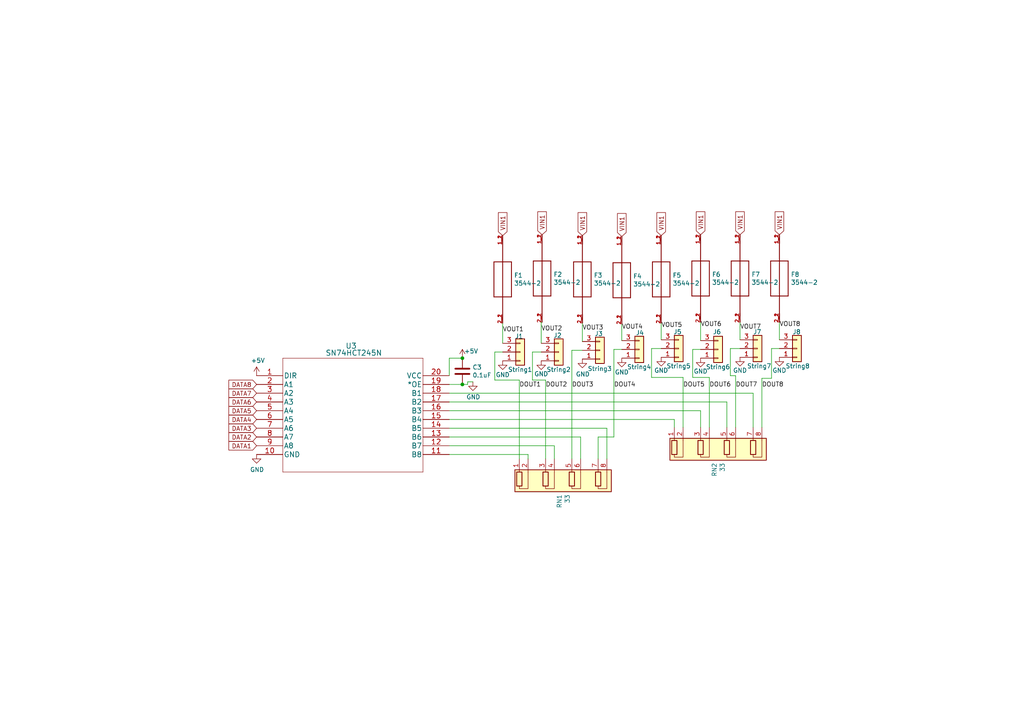
<source format=kicad_sch>
(kicad_sch (version 20211123) (generator eeschema)
  (paper "A4")
  (title_block (title "PB 16") (date "2022-05-29") (rev "v1.0h") (company "Scott Hanson"))
  (lib_symbols
    (symbol "Connector_Generic:Conn_01x03" (pin_names (offset 1.016) hide)
      (property "Reference" "J" (at 0 5.08 0))
      (property "Value" "Conn_01x03" (at 0 -5.08 0))
      (symbol "Conn_01x03_1_1"
        (rectangle (start -1.27 -2.413) (end 0 -2.667) (stroke (width 0.1524)))
        (rectangle (start -1.27 0.127) (end 0 -0.127) (stroke (width 0.1524)))
        (rectangle (start -1.27 2.667) (end 0 2.413) (stroke (width 0.1524)))
        (rectangle (start -1.27 3.81) (end 1.27 -3.81) (stroke (width 0.254)) (fill (type background)))
        (pin passive line (at -5.08 2.54 0) (length 3.81) (name "Pin_1") (number "1"))
        (pin passive line (at -5.08 0 0) (length 3.81) (name "Pin_2") (number "2"))
        (pin passive line (at -5.08 -2.54 0) (length 3.81) (name "Pin_3") (number "3"))
      )
    )
    (symbol "Device:C" (pin_numbers hide) (pin_names (offset 0.254))
      (property "Reference" "C" (at 0.635 2.54 0))
      (property "Value" "C" (at 0.635 -2.54 0))
      (symbol "C_0_1"
        (polyline (pts (xy -2.032 -0.762) (xy 2.032 -0.762)) (stroke (width 0.508)))
        (polyline (pts (xy -2.032 0.762) (xy 2.032 0.762)) (stroke (width 0.508)))
      )
      (symbol "C_1_1"
        (pin passive line (at 0 3.81 270) (length 2.794) (name "~") (number "1"))
        (pin passive line (at 0 -3.81 90) (length 2.794) (name "~") (number "2"))
      )
    )
    (symbol "Device:R_Pack04_SIP" (pin_names (offset 0) hide)
      (property "Reference" "RN" (at -15.24 0 90))
      (property "Value" "R_Pack04_SIP" (at 15.24 0 90))
      (symbol "R_Pack04_SIP_0_1"
        (rectangle (start -13.97 -1.905) (end 13.97 4.445) (stroke (width 0.254)) (fill (type background)))
        (rectangle (start -13.462 2.794) (end -11.938 -1.27) (stroke (width 0.254)))
        (rectangle (start -5.842 2.794) (end -4.318 -1.27) (stroke (width 0.254)))
        (polyline (pts (xy -12.7 2.794) (xy -12.7 3.556) (xy -10.16 3.556) (xy -10.16 -1.27)))
        (polyline (pts (xy -5.08 2.794) (xy -5.08 3.556) (xy -2.54 3.556) (xy -2.54 -1.27)))
        (polyline (pts (xy 2.54 2.794) (xy 2.54 3.556) (xy 5.08 3.556) (xy 5.08 -1.27)))
        (polyline (pts (xy 10.16 2.794) (xy 10.16 3.556) (xy 12.7 3.556) (xy 12.7 -1.27)))
        (rectangle (start 1.778 2.794) (end 3.302 -1.27) (stroke (width 0.254)))
        (rectangle (start 9.398 2.794) (end 10.922 -1.27) (stroke (width 0.254)))
      )
      (symbol "R_Pack04_SIP_1_1"
        (pin passive line (at -12.7 -5.08 90) (length 3.81) (name "R1.1") (number "1"))
        (pin passive line (at -10.16 -5.08 90) (length 3.81) (name "R1.2") (number "2"))
        (pin passive line (at -5.08 -5.08 90) (length 3.81) (name "R2.1") (number "3"))
        (pin passive line (at -2.54 -5.08 90) (length 3.81) (name "R2.2") (number "4"))
        (pin passive line (at 2.54 -5.08 90) (length 3.81) (name "R3.1") (number "5"))
        (pin passive line (at 5.08 -5.08 90) (length 3.81) (name "R3.2") (number "6"))
        (pin passive line (at 10.16 -5.08 90) (length 3.81) (name "R4.1") (number "7"))
        (pin passive line (at 12.7 -5.08 90) (length 3.81) (name "R4.2") (number "8"))
      )
    )
    (symbol "PB_16-rescue:3544-2-Keystone_Fuse" (pin_names (offset 1.016) hide)
      (property "Reference" "F" (at -5.08 3.302 0))
      (property "Value" "3544-2-Keystone_Fuse" (at -5.08 -5.08 0))
      (symbol "3544-2-Keystone_Fuse_0_0"
        (polyline (pts (xy -12.7 0) (xy 12.7 0)) (stroke (width 0.254)))
        (polyline (pts (xy -5.08 -2.54) (xy -5.08 2.54)) (stroke (width 0.254)))
        (polyline (pts (xy -5.08 2.54) (xy 5.08 2.54)) (stroke (width 0.254)))
        (polyline (pts (xy 5.08 -2.54) (xy -5.08 -2.54)) (stroke (width 0.254)))
        (polyline (pts (xy 5.08 2.54) (xy 5.08 -2.54)) (stroke (width 0.254)))
        (pin passive line (at -12.7 0 0) (length 2.54) (name "1") (number "1_1"))
        (pin passive line (at -12.7 0 0) (length 2.54) (name "1") (number "1_2"))
        (pin passive line (at 12.7 0 180) (length 2.54) (name "2") (number "2_1"))
        (pin passive line (at 12.7 0 180) (length 2.54) (name "2") (number "2_2"))
      )
    )
    (symbol "PB_16-rescue:SN74HCT245N-SN74HCT245N" (pin_names (offset 0.254))
      (property "Reference" "U" (at 27.94 10.16 0))
      (property "Value" "SN74HCT245N-SN74HCT245N" (at 27.94 7.62 0))
      (symbol "SN74HCT245N-SN74HCT245N_1_0"
        (polyline (pts (xy 7.62 -27.94) (xy 48.26 -27.94)) (stroke (width 0.127)))
        (polyline (pts (xy 7.62 5.08) (xy 7.62 -27.94)) (stroke (width 0.127)))
        (polyline (pts (xy 48.26 -27.94) (xy 48.26 5.08)) (stroke (width 0.127)))
        (polyline (pts (xy 48.26 5.08) (xy 7.62 5.08)) (stroke (width 0.127)))
        (pin input line (at 0 0 0) (length 7.62) (name "DIR") (number "1"))
        (pin power_in line (at 0 -22.86 0) (length 7.62) (name "GND") (number "10"))
        (pin bidirectional line (at 55.88 -22.86 180) (length 7.62) (name "B8") (number "11"))
        (pin bidirectional line (at 55.88 -20.32 180) (length 7.62) (name "B7") (number "12"))
        (pin bidirectional line (at 55.88 -17.78 180) (length 7.62) (name "B6") (number "13"))
        (pin bidirectional line (at 55.88 -15.24 180) (length 7.62) (name "B5") (number "14"))
        (pin bidirectional line (at 55.88 -12.7 180) (length 7.62) (name "B4") (number "15"))
        (pin bidirectional line (at 55.88 -10.16 180) (length 7.62) (name "B3") (number "16"))
        (pin bidirectional line (at 55.88 -7.62 180) (length 7.62) (name "B2") (number "17"))
        (pin bidirectional line (at 55.88 -5.08 180) (length 7.62) (name "B1") (number "18"))
        (pin input line (at 55.88 -2.54 180) (length 7.62) (name "*OE") (number "19"))
        (pin bidirectional line (at 0 -2.54 0) (length 7.62) (name "A1") (number "2"))
        (pin power_in line (at 55.88 0 180) (length 7.62) (name "VCC") (number "20"))
        (pin bidirectional line (at 0 -5.08 0) (length 7.62) (name "A2") (number "3"))
        (pin bidirectional line (at 0 -7.62 0) (length 7.62) (name "A3") (number "4"))
        (pin bidirectional line (at 0 -10.16 0) (length 7.62) (name "A4") (number "5"))
        (pin bidirectional line (at 0 -12.7 0) (length 7.62) (name "A5") (number "6"))
        (pin bidirectional line (at 0 -15.24 0) (length 7.62) (name "A6") (number "7"))
        (pin bidirectional line (at 0 -17.78 0) (length 7.62) (name "A7") (number "8"))
        (pin bidirectional line (at 0 -20.32 0) (length 7.62) (name "A8") (number "9"))
      )
    )
    (symbol "power:+5V" (power) (pin_names (offset 0))
      (property "Value" "+5V" (at 0 3.556 0))
      (symbol "+5V_0_1"
        (polyline (pts (xy -0.762 1.27) (xy 0 2.54)))
        (polyline (pts (xy 0 0) (xy 0 2.54)))
        (polyline (pts (xy 0 2.54) (xy 0.762 1.27)))
      )
      (symbol "+5V_1_1"
        (pin power_in line (at 0 0 90) (length 0) hide (name "+5V") (number "1"))
      )
    )
    (symbol "power:GND" (power) (pin_names (offset 0))
      (property "Value" "GND" (at 0 -3.81 0))
      (symbol "GND_0_1"
        (polyline (pts (xy 0 0) (xy 0 -1.27) (xy 1.27 -1.27) (xy 0 -2.54) (xy -1.27 -1.27) (xy 0 -1.27)))
      )
      (symbol "GND_1_1"
        (pin power_in line (at 0 0 270) (length 0) hide (name "GND") (number "1"))
      )
    )
  )
  (junction (at 134.112 103.886))
  (junction (at 134.112 111.506))
  (wire (pts (xy 135.636 111.506) (xy 134.112 111.506)))
  (wire (pts (xy 137.16 110.744) (xy 135.636 110.744)))
  (wire (pts (xy 130.302 114.046) (xy 218.44 114.046)))
  (wire (pts (xy 223.774 101.092) (xy 226.06 101.092)))
  (wire (pts (xy 156.972 93.472) (xy 157.226 93.472)))
  (wire (pts (xy 130.302 124.206) (xy 176.022 124.206)))
  (wire (pts (xy 130.302 103.886) (xy 130.302 108.966)))
  (wire (pts (xy 158.242 133.096) (xy 158.242 110.236)))
  (wire (pts (xy 150.622 133.096) (xy 150.622 110.236)))
  (wire (pts (xy 135.636 110.744) (xy 135.636 111.506)))
  (wire (pts (xy 130.302 119.126) (xy 203.2 119.126)))
  (wire (pts (xy 156.972 102.108) (xy 154.432 102.108)))
  (wire (pts (xy 176.022 124.206) (xy 176.022 133.096)))
  (wire (pts (xy 211.836 108.966) (xy 211.836 101.092)))
  (wire (pts (xy 130.302 121.666) (xy 195.58 121.666)))
  (wire (pts (xy 143.51 110.236) (xy 143.51 102.108)))
  (wire (pts (xy 130.302 129.286) (xy 160.782 129.286)))
  (wire (pts (xy 214.63 93.472) (xy 214.63 98.552)))
  (wire (pts (xy 130.302 126.746) (xy 168.402 126.746)))
  (wire (pts (xy 213.36 123.952) (xy 213.36 108.966)))
  (wire (pts (xy 203.2 93.472) (xy 203.2 98.806)))
  (wire (pts (xy 178.054 101.346) (xy 178.054 126.746)))
  (wire (pts (xy 220.98 123.952) (xy 220.98 109.728)))
  (wire (pts (xy 156.972 99.568) (xy 156.972 93.472)))
  (wire (pts (xy 203.2 123.952) (xy 203.2 119.126)))
  (wire (pts (xy 158.242 110.236) (xy 154.432 110.236)))
  (wire (pts (xy 150.622 110.236) (xy 143.51 110.236)))
  (wire (pts (xy 218.44 114.046) (xy 218.44 123.952)))
  (wire (pts (xy 211.836 101.092) (xy 214.63 101.092)))
  (wire (pts (xy 143.51 102.108) (xy 145.796 102.108)))
  (wire (pts (xy 160.782 129.286) (xy 160.782 133.096)))
  (wire (pts (xy 130.302 116.586) (xy 210.82 116.586)))
  (wire (pts (xy 188.976 109.474) (xy 198.12 109.474)))
  (wire (pts (xy 178.054 126.746) (xy 173.482 126.746)))
  (wire (pts (xy 165.862 101.6) (xy 168.91 101.6)))
  (wire (pts (xy 188.976 101.092) (xy 188.976 109.474)))
  (wire (pts (xy 134.112 103.886) (xy 130.302 103.886)))
  (wire (pts (xy 134.112 111.506) (xy 130.302 111.506)))
  (wire (pts (xy 165.862 133.096) (xy 165.862 101.6)))
  (wire (pts (xy 205.74 109.474) (xy 205.74 123.952)))
  (wire (pts (xy 195.58 121.666) (xy 195.58 123.952)))
  (wire (pts (xy 191.77 98.552) (xy 191.77 93.726)))
  (wire (pts (xy 200.914 109.474) (xy 205.74 109.474)))
  (wire (pts (xy 223.774 109.728) (xy 223.774 101.092)))
  (wire (pts (xy 180.34 98.806) (xy 180.34 93.98)))
  (wire (pts (xy 168.402 126.746) (xy 168.402 133.096)))
  (wire (pts (xy 154.432 110.236) (xy 154.432 102.108)))
  (wire (pts (xy 130.302 131.826) (xy 153.162 131.826)))
  (wire (pts (xy 191.77 101.092) (xy 188.976 101.092)))
  (wire (pts (xy 213.36 108.966) (xy 211.836 108.966)))
  (wire (pts (xy 173.482 126.746) (xy 173.482 133.096)))
  (wire (pts (xy 198.12 109.474) (xy 198.12 123.952)))
  (wire (pts (xy 200.914 101.346) (xy 200.914 109.474)))
  (wire (pts (xy 145.796 93.726) (xy 145.796 99.568)))
  (wire (pts (xy 226.06 98.552) (xy 226.06 93.472)))
  (wire (pts (xy 153.162 131.826) (xy 153.162 133.096)))
  (wire (pts (xy 210.82 116.586) (xy 210.82 123.952)))
  (wire (pts (xy 168.91 93.726) (xy 168.91 99.06)))
  (wire (pts (xy 220.98 109.728) (xy 223.774 109.728)))
  (wire (pts (xy 203.2 101.346) (xy 200.914 101.346)))
  (wire (pts (xy 180.34 101.346) (xy 178.054 101.346)))
  (label "DOUT4" (at 178.054 112.522 0))
  (label "VOUT2" (at 156.972 96.266 0))
  (label "VOUT3" (at 168.91 96.012 0))
  (label "DOUT2" (at 158.242 112.522 0))
  (label "VOUT4" (at 180.34 95.758 0))
  (label "VOUT5" (at 191.77 95.25 0))
  (label "DOUT5" (at 198.12 112.522 0))
  (label "VOUT6" (at 203.2 94.996 0))
  (label "DOUT8" (at 220.98 112.522 0))
  (label "DOUT7" (at 213.36 112.522 0))
  (label "VOUT1" (at 145.796 96.52 0))
  (label "DOUT3" (at 165.862 112.522 0))
  (label "DOUT1" (at 150.622 112.522 0))
  (label "DOUT6" (at 205.74 112.522 0))
  (label "VOUT7" (at 214.63 95.758 0))
  (label "VOUT8" (at 226.06 94.996 0))
  (global_label "VIN1" (shape input) (at 226.06 68.072 90) (property "Intersheet References" "${INTERSHEET_REFS}" (effects hide)))
  (global_label "VIN1" (shape input) (at 214.63 68.072 90) (property "Intersheet References" "${INTERSHEET_REFS}" (effects hide)))
  (global_label "DATA6" (shape input) (at 74.422 116.586 180) (property "Intersheet References" "${INTERSHEET_REFS}" (effects hide)))
  (global_label "DATA3" (shape input) (at 74.422 124.206 180) (property "Intersheet References" "${INTERSHEET_REFS}" (effects hide)))
  (global_label "VIN1" (shape input) (at 180.34 68.58 90) (property "Intersheet References" "${INTERSHEET_REFS}" (effects hide)))
  (global_label "DATA5" (shape input) (at 74.422 119.126 180) (property "Intersheet References" "${INTERSHEET_REFS}" (effects hide)))
  (global_label "VIN1" (shape input) (at 168.91 68.326 90) (property "Intersheet References" "${INTERSHEET_REFS}" (effects hide)))
  (global_label "VIN1" (shape input) (at 191.77 68.326 90) (property "Intersheet References" "${INTERSHEET_REFS}" (effects hide)))
  (global_label "DATA4" (shape input) (at 74.422 121.666 180) (property "Intersheet References" "${INTERSHEET_REFS}" (effects hide)))
  (global_label "DATA7" (shape input) (at 74.422 114.046 180) (property "Intersheet References" "${INTERSHEET_REFS}" (effects hide)))
  (global_label "DATA2" (shape input) (at 74.422 126.746 180) (property "Intersheet References" "${INTERSHEET_REFS}" (effects hide)))
  (global_label "DATA1" (shape input) (at 74.422 129.286 180) (property "Intersheet References" "${INTERSHEET_REFS}" (effects hide)))
  (global_label "DATA8" (shape input) (at 74.422 111.506 180) (property "Intersheet References" "${INTERSHEET_REFS}" (effects hide)))
  (global_label "VIN1" (shape input) (at 203.2 68.072 90) (property "Intersheet References" "${INTERSHEET_REFS}" (effects hide)))
  (global_label "VIN1" (shape input) (at 157.226 68.072 90) (property "Intersheet References" "${INTERSHEET_REFS}" (effects hide)))
  (global_label "VIN1" (shape input) (at 145.796 68.326 90) (property "Intersheet References" "${INTERSHEET_REFS}" (effects hide)))
  (symbol (lib_id "Connector_Generic:Conn_01x03") (at 150.876 102.108 0) (mirror x) (unit 1)
    (property "Reference" "J1" (at 149.352 97.536 0) (effects (justify left)))
    (property "Value" "String1" (at 147.32 107.188 0) (effects (justify left)))
    (property "Footprint" "Connector_Phoenix_MC:PhoenixContact_MCV_1,5_3-G-3.5_1x03_P3.50mm_Vertical" (effects hide))
    (property "Digi-Key_PN" "277-5737-ND/ED10555-ND" (effects hide))
    (property "MPN" "1843619/OSTTJ0311530" (effects hide))
  )
  (symbol (lib_id "Connector_Generic:Conn_01x03") (at 162.052 102.108 0) (mirror x) (unit 1)
    (property "Reference" "J2" (at 160.528 97.282 0) (effects (justify left)))
    (property "Value" "String2" (at 158.496 107.188 0) (effects (justify left)))
    (property "Footprint" "Connector_Phoenix_MC:PhoenixContact_MCV_1,5_3-G-3.5_1x03_P3.50mm_Vertical" (effects hide))
    (property "Digi-Key_PN" "277-5737-ND/ED10555-ND" (effects hide))
    (property "MPN" "1843619/OSTTJ0311530" (effects hide))
  )
  (symbol (lib_id "Connector_Generic:Conn_01x03") (at 173.99 101.6 0) (mirror x) (unit 1)
    (property "Reference" "J3" (at 172.466 96.774 0) (effects (justify left)))
    (property "Value" "String3" (at 170.434 106.934 0) (effects (justify left)))
    (property "Footprint" "Connector_Phoenix_MC:PhoenixContact_MCV_1,5_3-G-3.5_1x03_P3.50mm_Vertical" (effects hide))
    (property "Digi-Key_PN" "277-5737-ND/ED10555-ND" (effects hide))
    (property "MPN" "1843619/OSTTJ0311530" (effects hide))
  )
  (symbol (lib_id "Connector_Generic:Conn_01x03") (at 185.42 101.346 0) (mirror x) (unit 1)
    (property "Reference" "J4" (at 184.404 96.52 0) (effects (justify left)))
    (property "Value" "String4" (at 181.864 106.426 0) (effects (justify left)))
    (property "Footprint" "Connector_Phoenix_MC:PhoenixContact_MCV_1,5_3-G-3.5_1x03_P3.50mm_Vertical" (effects hide))
    (property "Digi-Key_PN" "277-5737-ND/ED10555-ND" (effects hide))
    (property "MPN" "1843619/OSTTJ0311530" (effects hide))
  )
  (symbol (lib_id "Connector_Generic:Conn_01x03") (at 196.85 101.092 0) (mirror x) (unit 1)
    (property "Reference" "J5" (at 195.326 96.266 0) (effects (justify left)))
    (property "Value" "String5" (at 193.294 106.172 0) (effects (justify left)))
    (property "Footprint" "Connector_Phoenix_MC:PhoenixContact_MCV_1,5_3-G-3.5_1x03_P3.50mm_Vertical" (effects hide))
    (property "Digi-Key_PN" "277-5737-ND/ED10555-ND" (effects hide))
    (property "MPN" "1843619/OSTTJ0311530" (effects hide))
  )
  (symbol (lib_id "Connector_Generic:Conn_01x03") (at 208.28 101.346 0) (mirror x) (unit 1)
    (property "Reference" "J6" (at 206.756 96.266 0) (effects (justify left)))
    (property "Value" "String6" (at 204.724 106.426 0) (effects (justify left)))
    (property "Footprint" "Connector_Phoenix_MC:PhoenixContact_MCV_1,5_3-G-3.5_1x03_P3.50mm_Vertical" (effects hide))
    (property "Digi-Key_PN" "277-5737-ND/ED10555-ND" (effects hide))
    (property "MPN" "1843619/OSTTJ0311530" (effects hide))
  )
  (symbol (lib_id "Connector_Generic:Conn_01x03") (at 219.71 101.092 0) (mirror x) (unit 1)
    (property "Reference" "J7" (at 218.44 96.266 0) (effects (justify left)))
    (property "Value" "String7" (at 216.662 106.172 0) (effects (justify left)))
    (property "Footprint" "Connector_Phoenix_MC:PhoenixContact_MCV_1,5_3-G-3.5_1x03_P3.50mm_Vertical" (effects hide))
    (property "Digi-Key_PN" "277-5737-ND/ED10555-ND" (effects hide))
    (property "MPN" "1843619/OSTTJ0311530" (effects hide))
  )
  (symbol (lib_id "Connector_Generic:Conn_01x03") (at 231.14 101.092 0) (mirror x) (unit 1)
    (property "Reference" "J8" (at 229.87 96.266 0) (effects (justify left)))
    (property "Value" "String8" (at 227.838 106.172 0) (effects (justify left)))
    (property "Footprint" "Connector_Phoenix_MC:PhoenixContact_MCV_1,5_3-G-3.5_1x03_P3.50mm_Vertical" (effects hide))
    (property "Digi-Key_PN" "277-5737-ND/ED10555-ND" (effects hide))
    (property "MPN" "1843619/OSTTJ0311530" (effects hide))
  )
  (symbol (lib_id "power:GND") (at 145.796 104.648 0) (unit 1)
    (property "Reference" "#PWR012" (effects hide))
    (property "Value" "GND" (at 145.796 108.712 0))
  )
  (symbol (lib_id "power:GND") (at 156.972 104.648 0) (unit 1)
    (property "Reference" "#PWR013" (effects hide))
    (property "Value" "GND" (at 156.972 108.458 0))
  )
  (symbol (lib_id "power:GND") (at 168.91 104.14 0) (unit 1)
    (property "Reference" "#PWR014" (effects hide))
    (property "Value" "GND" (at 169.037 108.5342 0))
  )
  (symbol (lib_id "power:GND") (at 180.34 103.886 0) (unit 1)
    (property "Reference" "#PWR015" (effects hide))
    (property "Value" "GND" (at 180.34 107.95 0))
  )
  (symbol (lib_id "power:GND") (at 191.77 103.632 0) (unit 1)
    (property "Reference" "#PWR016" (effects hide))
    (property "Value" "GND" (at 191.77 107.442 0))
  )
  (symbol (lib_id "power:GND") (at 203.2 103.886 0) (unit 1)
    (property "Reference" "#PWR017" (effects hide))
    (property "Value" "GND" (at 203.2 107.696 0))
  )
  (symbol (lib_id "power:GND") (at 214.63 103.632 0) (unit 1)
    (property "Reference" "#PWR018" (effects hide))
    (property "Value" "GND" (at 214.63 107.442 0))
  )
  (symbol (lib_id "power:GND") (at 226.06 103.632 0) (unit 1)
    (property "Reference" "#PWR019" (effects hide))
    (property "Value" "GND" (at 226.06 107.442 0))
  )
  (symbol (lib_id "PB_16-rescue:3544-2-Keystone_Fuse") (at 157.226 80.772 270) (unit 1)
    (property "Reference" "F2" (at 160.528 79.6036 90) (effects (justify left)))
    (property "Value" "3544-2" (at 160.528 81.915 90) (effects (justify left)))
    (property "Footprint" "Keystone_Fuse:FUSE_3544-2" (effects hide))
    (property "Field4" "3544-2" (effects hide))
    (property "Field5" "None" (effects hide))
    (property "Field6" "Unavailable" (effects hide))
    (property "Field7" "Fuse Clip; 500 VAC; 30 A; PCB; For 0.110 in. x 0.032 in. mini blade fuses" (effects hide))
    (property "Field8" "Keystone Electronics" (effects hide))
    (property "Digi-Key_PN" "36-3544-2-ND" (effects hide))
    (property "MPN" "3544-2" (effects hide))
  )
  (symbol (lib_id "PB_16-rescue:3544-2-Keystone_Fuse") (at 168.91 81.026 270) (unit 1)
    (property "Reference" "F3" (at 172.212 79.8576 90) (effects (justify left)))
    (property "Value" "3544-2" (at 172.212 82.169 90) (effects (justify left)))
    (property "Footprint" "Keystone_Fuse:FUSE_3544-2" (effects hide))
    (property "Field4" "3544-2" (effects hide))
    (property "Field5" "None" (effects hide))
    (property "Field6" "Unavailable" (effects hide))
    (property "Field7" "Fuse Clip; 500 VAC; 30 A; PCB; For 0.110 in. x 0.032 in. mini blade fuses" (effects hide))
    (property "Field8" "Keystone Electronics" (effects hide))
    (property "Digi-Key_PN" "36-3544-2-ND" (effects hide))
    (property "MPN" "3544-2" (effects hide))
  )
  (symbol (lib_id "PB_16-rescue:3544-2-Keystone_Fuse") (at 180.34 81.28 270) (unit 1)
    (property "Reference" "F4" (at 183.642 80.1116 90) (effects (justify left)))
    (property "Value" "3544-2" (at 183.642 82.423 90) (effects (justify left)))
    (property "Footprint" "Keystone_Fuse:FUSE_3544-2" (effects hide))
    (property "Field4" "3544-2" (effects hide))
    (property "Field5" "None" (effects hide))
    (property "Field6" "Unavailable" (effects hide))
    (property "Field7" "Fuse Clip; 500 VAC; 30 A; PCB; For 0.110 in. x 0.032 in. mini blade fuses" (effects hide))
    (property "Field8" "Keystone Electronics" (effects hide))
    (property "Digi-Key_PN" "36-3544-2-ND" (effects hide))
    (property "MPN" "3544-2" (effects hide))
  )
  (symbol (lib_id "PB_16-rescue:3544-2-Keystone_Fuse") (at 191.77 81.026 270) (unit 1)
    (property "Reference" "F5" (at 195.072 79.8576 90) (effects (justify left)))
    (property "Value" "3544-2" (at 195.072 82.169 90) (effects (justify left)))
    (property "Footprint" "Keystone_Fuse:FUSE_3544-2" (effects hide))
    (property "Field4" "3544-2" (effects hide))
    (property "Field5" "None" (effects hide))
    (property "Field6" "Unavailable" (effects hide))
    (property "Field7" "Fuse Clip; 500 VAC; 30 A; PCB; For 0.110 in. x 0.032 in. mini blade fuses" (effects hide))
    (property "Field8" "Keystone Electronics" (effects hide))
    (property "Digi-Key_PN" "36-3544-2-ND" (effects hide))
    (property "MPN" "3544-2" (effects hide))
  )
  (symbol (lib_id "PB_16-rescue:3544-2-Keystone_Fuse") (at 203.2 80.772 270) (unit 1)
    (property "Reference" "F6" (at 206.502 79.6036 90) (effects (justify left)))
    (property "Value" "3544-2" (at 206.502 81.915 90) (effects (justify left)))
    (property "Footprint" "Keystone_Fuse:FUSE_3544-2" (effects hide))
    (property "Field4" "3544-2" (effects hide))
    (property "Field5" "None" (effects hide))
    (property "Field6" "Unavailable" (effects hide))
    (property "Field7" "Fuse Clip; 500 VAC; 30 A; PCB; For 0.110 in. x 0.032 in. mini blade fuses" (effects hide))
    (property "Field8" "Keystone Electronics" (effects hide))
    (property "Digi-Key_PN" "36-3544-2-ND" (effects hide))
    (property "MPN" "3544-2" (effects hide))
  )
  (symbol (lib_id "PB_16-rescue:3544-2-Keystone_Fuse") (at 214.63 80.772 270) (unit 1)
    (property "Reference" "F7" (at 217.932 79.6036 90) (effects (justify left)))
    (property "Value" "3544-2" (at 217.932 81.915 90) (effects (justify left)))
    (property "Footprint" "Keystone_Fuse:FUSE_3544-2" (effects hide))
    (property "Field4" "3544-2" (effects hide))
    (property "Field5" "None" (effects hide))
    (property "Field6" "Unavailable" (effects hide))
    (property "Field7" "Fuse Clip; 500 VAC; 30 A; PCB; For 0.110 in. x 0.032 in. mini blade fuses" (effects hide))
    (property "Field8" "Keystone Electronics" (effects hide))
    (property "Digi-Key_PN" "36-3544-2-ND" (effects hide))
    (property "MPN" "3544-2" (effects hide))
  )
  (symbol (lib_id "PB_16-rescue:3544-2-Keystone_Fuse") (at 226.06 80.772 270) (unit 1)
    (property "Reference" "F8" (at 229.362 79.6036 90) (effects (justify left)))
    (property "Value" "3544-2" (at 229.362 81.915 90) (effects (justify left)))
    (property "Footprint" "Keystone_Fuse:FUSE_3544-2" (effects hide))
    (property "Field4" "3544-2" (effects hide))
    (property "Field5" "None" (effects hide))
    (property "Field6" "Unavailable" (effects hide))
    (property "Field7" "Fuse Clip; 500 VAC; 30 A; PCB; For 0.110 in. x 0.032 in. mini blade fuses" (effects hide))
    (property "Field8" "Keystone Electronics" (effects hide))
    (property "Digi-Key_PN" "36-3544-2-ND" (effects hide))
    (property "MPN" "3544-2" (effects hide))
  )
  (symbol (lib_id "power:GND") (at 137.16 110.744 0) (unit 1)
    (property "Reference" "#PWR011" (effects hide))
    (property "Value" "GND" (at 137.287 115.1382 0))
  )
  (symbol (lib_id "power:+5V") (at 74.422 108.966 0) (unit 1)
    (property "Reference" "#PWR08" (effects hide))
    (property "Value" "+5V" (at 74.803 104.5718 0))
  )
  (symbol (lib_id "power:GND") (at 74.422 131.826 0) (unit 1)
    (property "Reference" "#PWR09" (effects hide))
    (property "Value" "GND" (at 74.549 136.2202 0))
  )
  (symbol (lib_id "Device:C") (at 134.112 107.696 0) (unit 1)
    (property "Reference" "C3" (at 137.033 106.5276 0) (effects (justify left)))
    (property "Value" "0.1uF" (at 137.033 108.839 0) (effects (justify left)))
    (property "Footprint" "Capacitor_THT:C_Rect_L7.0mm_W2.0mm_P5.00mm" (effects hide))
    (property "Digi-Key_PN" "478-7336-1-ND" (effects hide))
    (property "MPN" "SR215C104KARTR1" (effects hide))
  )
  (symbol (lib_id "power:+5V") (at 134.112 103.886 0) (unit 1)
    (property "Reference" "#PWR010" (effects hide))
    (property "Value" "+5V" (at 136.652 101.854 0))
  )
  (symbol (lib_id "Device:R_Pack04_SIP") (at 208.28 129.032 0) (mirror x) (unit 1)
    (property "Reference" "RN2" (at 207.2132 134.239 90) (effects (justify left)))
    (property "Value" "33" (at 209.5246 134.239 90) (effects (justify left)))
    (property "Footprint" "Resistor_THT:R_Array_SIP8" (effects hide))
    (property "Datasheet" "http://www.vishay.com/docs/31509/csc.pdf" (effects hide))
    (property "Digi-Key_PN" "4608X-2-330LF-ND" (effects hide))
    (property "MPN" "4608X-102-330LF" (effects hide))
  )
  (symbol (lib_id "PB_16-rescue:SN74HCT245N-SN74HCT245N") (at 74.422 108.966 0) (unit 1)
    (property "Reference" "U3" (at 101.854 100.33 0) (effects (font (size 1.524 1.524))))
    (property "Value" "SN74HCT245N" (at 102.616 102.362 0) (effects (font (size 1.524 1.524))))
    (property "Footprint" "SN74HCT245N:SN74HCT245N" (effects hide))
    (property "Digi-Key_PN" "296-1612-5-ND" (effects hide))
    (property "MPN" "SN74HCT245N" (effects hide))
  )
  (symbol (lib_id "PB_16-rescue:3544-2-Keystone_Fuse") (at 145.796 81.026 270) (unit 1)
    (property "Reference" "F1" (at 149.098 79.8576 90) (effects (justify left)))
    (property "Value" "3544-2" (at 149.098 82.169 90) (effects (justify left)))
    (property "Footprint" "Keystone_Fuse:FUSE_3544-2" (effects hide))
    (property "Field4" "3544-2" (effects hide))
    (property "Field5" "None" (effects hide))
    (property "Field6" "Unavailable" (effects hide))
    (property "Field7" "Fuse Clip; 500 VAC; 30 A; PCB; For 0.110 in. x 0.032 in. mini blade fuses" (effects hide))
    (property "Field8" "Keystone Electronics" (effects hide))
    (property "Digi-Key_PN" "36-3544-2-ND" (effects hide))
    (property "MPN" "3544-2" (effects hide))
  )
  (symbol (lib_id "Device:R_Pack04_SIP") (at 163.322 138.176 0) (mirror x) (unit 1)
    (property "Reference" "RN1" (at 162.2552 143.383 90) (effects (justify left)))
    (property "Value" "33" (at 164.5666 143.383 90) (effects (justify left)))
    (property "Footprint" "Resistor_THT:R_Array_SIP8" (effects hide))
    (property "Datasheet" "http://www.vishay.com/docs/31509/csc.pdf" (effects hide))
    (property "Digi-Key_PN" "4608X-2-330LF-ND" (effects hide))
    (property "MPN" "4608X-102-330LF" (effects hide))
  )
)
</source>
